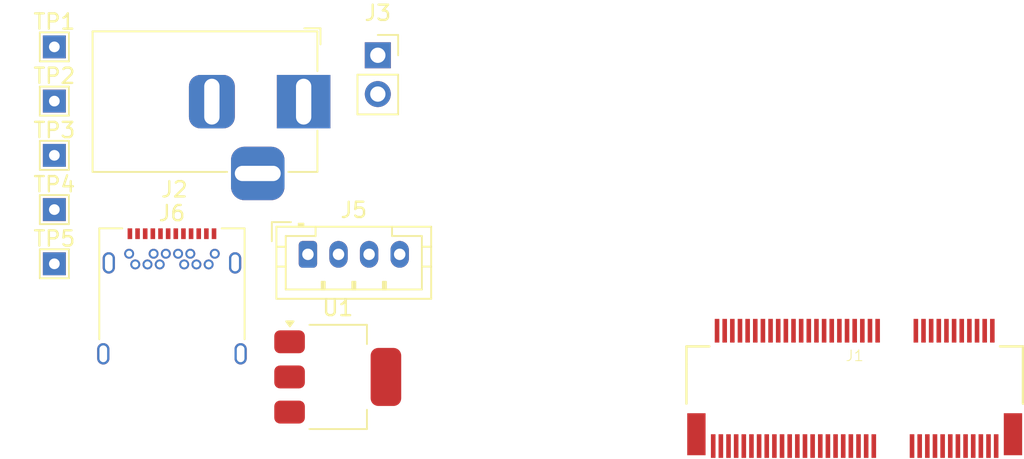
<source format=kicad_pcb>
(kicad_pcb (version 20241229) (generator "pcbnew") (generator_version "9.0")
  (layers (0 "F.Cu" signal) (2 "B.Cu" signal) (13 "F.Paste" user) (15 "B.Paste" user) (5 "F.SilkS" user "F.Silkscreen") (7 "B.SilkS" user "B.Silkscreen") (1 "F.Mask" user) (3 "B.Mask" user) (25 "Edge.Cuts" user))
  (net 0 "")
  (net 1 "/5V")
  (net 2 "GND")
  (net 3 "/RESET")
  (net 4 "/SDA")
  (net 5 "/3.3V")
  (net 6 "/SCL")
  (net 9 "Net-(J6-VBUS-PadA4)")
  (net 20 "Net-(J6-GND-PadA1)")
  (net 26 "/SER")
  (net 27 "/RS_CLK")
  (net 28 "/SC_CLK")
  (net 35 "/BOOT")
  (net 40 "/USB_D-")
  (net 73 "/USB_D+")
  (footprint "Connector_BarrelJack:BarrelJack_Horizontal" (layer "F.Cu") (at 132.87 77.98)
    (property "Reference" "J2" (at -8.45 5.75 0) (layer "F.SilkS"))
    (property "Value" "Barrel_Jack_MountingPin")
    (fp_line (start -13.8 -4.6) (end 0.9 -4.6) (stroke (width 0.12)) (layer "F.SilkS"))
    (fp_line (start -13.8 4.6) (end -13.8 -4.6) (stroke (width 0.12)) (layer "F.SilkS"))
    (fp_line (start -5 4.6) (end -13.8 4.6) (stroke (width 0.12)) (layer "F.SilkS"))
    (fp_line (start 0.05 -4.8) (end 1.1 -4.8) (stroke (width 0.12)) (layer "F.SilkS"))
    (fp_line (start 0.9 -4.6) (end 0.9 -2) (stroke (width 0.12)) (layer "F.SilkS"))
    (fp_line (start 0.9 1.9) (end 0.9 4.6) (stroke (width 0.12)) (layer "F.SilkS"))
    (fp_line (start 0.9 4.6) (end -1 4.6) (stroke (width 0.12)) (layer "F.SilkS"))
    (fp_line (start 1.1 -3.75) (end 1.1 -4.8) (stroke (width 0.12)) (layer "F.SilkS"))
    (pad "1" thru_hole rect (at 0 0) (size 3.5 3.5) (drill oval 1 3) (layers "*.Cu" "*.Mask") (net 1 "/5V"))
    (pad "2" thru_hole roundrect (at -6 0) (size 3 3.5) (drill oval 1 3) (layers "*.Cu" "*.Mask") (net 2 "GND"))
    (pad "3" thru_hole roundrect (at -3 4.7) (size 3.5 3.5) (drill oval 3 1) (layers "*.Cu" "*.Mask"))
  )
  (footprint "MicroMod:M.2-CONNECTOR-E" (layer "F.Cu") (at 168.9 95.25)
    (property "Reference" "J1" (at 0 -0.635 0) (layer "F.SilkS") (effects (font (size 0.70104 0.70104) (thickness 0.06096))))
    (property "Value" "~")
    (fp_line (start -11 2.5) (end -11 -1.25) (stroke (width 0.1524)) (layer "F.SilkS"))
    (fp_line (start -9.5 -1.25) (end -11 -1.25) (stroke (width 0.1524)) (layer "F.SilkS"))
    (fp_line (start 11 -1.25) (end 9.5 -1.25) (stroke (width 0.1524)) (layer "F.SilkS"))
    (fp_line (start 11 2.5) (end 11 -1.25) (stroke (width 0.1524)) (layer "F.SilkS"))
    (pad "" np_thru_hole circle (at -10 0) (size 1.6 1.6) (drill 1.6) (layers "*.Cu" "*.Mask"))
    (pad "" np_thru_hole circle (at 10 0) (size 1.1 1.1) (drill 1.1) (layers "*.Cu" "*.Mask"))
    (pad "1" smd rect (at 9.25 5.275 180) (size 0.3 1.55) (layers "F.Cu" "F.Mask") (net 2 "GND"))
    (pad "2" smd rect (at 9 -2.275 180) (size 0.3 1.55) (layers "F.Cu" "F.Mask") (net 5 "/3.3V"))
    (pad "3" smd rect (at 8.75 5.275 180) (size 0.3 1.55) (layers "F.Cu" "F.Mask") (net 73 "/USB_D+"))
    (pad "4" smd rect (at 8.5 -2.275 180) (size 0.3 1.55) (layers "F.Cu" "F.Mask"))
    (pad "5" smd rect (at 8.25 5.275 180) (size 0.3 1.55) (layers "F.Cu" "F.Mask") (net 40 "/USB_D-"))
    (pad "6" smd rect (at 8 -2.275 180) (size 0.3 1.55) (layers "F.Cu" "F.Mask") (net 3 "/RESET"))
    (pad "7" smd rect (at 7.75 5.275 180) (size 0.3 1.55) (layers "F.Cu" "F.Mask") (net 2 "GND"))
    (pad "8" smd rect (at 7.5 -2.275 180) (size 0.3 1.55) (layers "F.Cu" "F.Mask"))
    (pad "9" smd rect (at 7.25 5.275 180) (size 0.3 1.55) (layers "F.Cu" "F.Mask"))
    (pad "10" smd rect (at 7 -2.275 180) (size 0.3 1.55) (layers "F.Cu" "F.Mask"))
    (pad "11" smd rect (at 6.75 5.275 180) (size 0.3 1.55) (layers "F.Cu" "F.Mask") (net 35 "/BOOT"))
    (pad "12" smd rect (at 6.5 -2.275 180) (size 0.3 1.55) (layers "F.Cu" "F.Mask") (net 4 "/SDA"))
    (pad "13" smd rect (at 6.25 5.275 180) (size 0.3 1.55) (layers "F.Cu" "F.Mask"))
    (pad "14" smd rect (at 6 -2.275 180) (size 0.3 1.55) (layers "F.Cu" "F.Mask") (net 6 "/SCL"))
    (pad "15" smd rect (at 5.75 5.275 180) (size 0.3 1.55) (layers "F.Cu" "F.Mask"))
    (pad "16" smd rect (at 5.5 -2.275 180) (size 0.3 1.55) (layers "F.Cu" "F.Mask"))
    (pad "17" smd rect (at 5.25 5.275 180) (size 0.3 1.55) (layers "F.Cu" "F.Mask"))
    (pad "18" smd rect (at 5 -2.275 180) (size 0.3 1.55) (layers "F.Cu" "F.Mask"))
    (pad "19" smd rect (at 4.75 5.275 180) (size 0.3 1.55) (layers "F.Cu" "F.Mask"))
    (pad "20" smd rect (at 4.5 -2.275 180) (size 0.3 1.55) (layers "F.Cu" "F.Mask"))
    (pad "21" smd rect (at 4.25 5.275 180) (size 0.3 1.55) (layers "F.Cu" "F.Mask"))
    (pad "22" smd rect (at 4 -2.275 180) (size 0.3 1.55) (layers "F.Cu" "F.Mask"))
    (pad "23" smd rect (at 3.75 5.275 180) (size 0.3 1.55) (layers "F.Cu" "F.Mask"))
    (pad "32" smd rect (at 1.5 -2.275 180) (size 0.3 1.55) (layers "F.Cu" "F.Mask"))
    (pad "33" smd rect (at 1.25 5.275 180) (size 0.3 1.55) (layers "F.Cu" "F.Mask") (net 2 "GND"))
    (pad "34" smd rect (at 1 -2.275 180) (size 0.3 1.55) (layers "F.Cu" "F.Mask"))
    (pad "35" smd rect (at 0.75 5.275 180) (size 0.3 1.55) (layers "F.Cu" "F.Mask"))
    (pad "36" smd rect (at 0.5 -2.275 180) (size 0.3 1.55) (layers "F.Cu" "F.Mask") (net 2 "GND"))
    (pad "37" smd rect (at 0.25 5.275 180) (size 0.3 1.55) (layers "F.Cu" "F.Mask"))
    (pad "38" smd rect (at 0 -2.275 180) (size 0.3 1.55) (layers "F.Cu" "F.Mask"))
    (pad "39" smd rect (at -0.25 5.275 180) (size 0.3 1.55) (layers "F.Cu" "F.Mask") (net 2 "GND"))
    (pad "40" smd rect (at -0.5 -2.275 180) (size 0.3 1.55) (layers "F.Cu" "F.Mask") (net 26 "/SER"))
    (pad "41" smd rect (at -0.75 5.275 180) (size 0.3 1.55) (layers "F.Cu" "F.Mask"))
    (pad "42" smd rect (at -1 -2.275 180) (size 0.3 1.55) (layers "F.Cu" "F.Mask") (net 27 "/RS_CLK"))
    (pad "43" smd rect (at -1.25 5.275 180) (size 0.3 1.55) (layers "F.Cu" "F.Mask"))
    (pad "44" smd rect (at -1.5 -2.275 180) (size 0.3 1.55) (layers "F.Cu" "F.Mask") (net 28 "/SC_CLK"))
    (pad "45" smd rect (at -1.75 5.275 180) (size 0.3 1.55) (layers "F.Cu" "F.Mask") (net 2 "GND"))
    (pad "46" smd rect (at -2 -2.275 180) (size 0.3 1.55) (layers "F.Cu" "F.Mask"))
    (pad "47" smd rect (at -2.25 5.275 180) (size 0.3 1.55) (layers "F.Cu" "F.Mask"))
    (pad "48" smd rect (at -2.5 -2.275 180) (size 0.3 1.55) (layers "F.Cu" "F.Mask"))
    (pad "49" smd rect (at -2.75 5.275 180) (size 0.3 1.55) (layers "F.Cu" "F.Mask"))
    (pad "50" smd rect (at -3 -2.275 180) (size 0.3 1.55) (layers "F.Cu" "F.Mask"))
    (pad "51" smd rect (at -3.25 5.275 180) (size 0.3 1.55) (layers "F.Cu" "F.Mask"))
    (pad "52" smd rect (at -3.5 -2.275 180) (size 0.3 1.55) (layers "F.Cu" "F.Mask"))
    (pad "53" smd rect (at -3.75 5.275 180) (size 0.3 1.55) (layers "F.Cu" "F.Mask"))
    (pad "54" smd rect (at -4 -2.275 180) (size 0.3 1.55) (layers "F.Cu" "F.Mask"))
    (pad "55" smd rect (at -4.25 5.275 180) (size 0.3 1.55) (layers "F.Cu" "F.Mask"))
    (pad "56" smd rect (at -4.5 -2.275 180) (size 0.3 1.55) (layers "F.Cu" "F.Mask"))
    (pad "57" smd rect (at -4.75 5.275 180) (size 0.3 1.55) (layers "F.Cu" "F.Mask"))
    (pad "58" smd rect (at -5 -2.275 180) (size 0.3 1.55) (layers "F.Cu" "F.Mask"))
    (pad "59" smd rect (at -5.25 5.275 180) (size 0.3 1.55) (layers "F.Cu" "F.Mask"))
    (pad "60" smd rect (at -5.5 -2.275 180) (size 0.3 1.55) (layers "F.Cu" "F.Mask"))
    (pad "61" smd rect (at -5.75 5.275 180) (size 0.3 1.55) (layers "F.Cu" "F.Mask"))
    (pad "62" smd rect (at -6 -2.275 180) (size 0.3 1.55) (layers "F.Cu" "F.Mask"))
    (pad "63" smd rect (at -6.25 5.275 180) (size 0.3 1.55) (layers "F.Cu" "F.Mask"))
    (pad "64" smd rect (at -6.5 -2.275 180) (size 0.3 1.55) (layers "F.Cu" "F.Mask"))
    (pad "65" smd rect (at -6.75 5.275 180) (size 0.3 1.55) (layers "F.Cu" "F.Mask"))
    (pad "66" smd rect (at -7 -2.275 180) (size 0.3 1.55) (layers "F.Cu" "F.Mask"))
    (pad "67" smd rect (at -7.25 5.275 180) (size 0.3 1.55) (layers "F.Cu" "F.Mask"))
    (pad "68" smd rect (at -7.5 -2.275 180) (size 0.3 1.55) (layers "F.Cu" "F.Mask"))
    (pad "69" smd rect (at -7.75 5.275 180) (size 0.3 1.55) (layers "F.Cu" "F.Mask"))
    (pad "70" smd rect (at -8 -2.275 180) (size 0.3 1.55) (layers "F.Cu" "F.Mask"))
    (pad "71" smd rect (at -8.25 5.275 180) (size 0.3 1.55) (layers "F.Cu" "F.Mask"))
    (pad "72" smd rect (at -8.5 -2.275 180) (size 0.3 1.55) (layers "F.Cu" "F.Mask"))
    (pad "73" smd rect (at -8.75 5.275 180) (size 0.3 1.55) (layers "F.Cu" "F.Mask"))
    (pad "74" smd rect (at -9 -2.275 180) (size 0.3 1.55) (layers "F.Cu" "F.Mask") (net 5 "/3.3V"))
    (pad "75" smd rect (at -9.25 5.275 180) (size 0.3 1.55) (layers "F.Cu" "F.Mask") (net 2 "GND"))
    (pad "A1" smd rect (at 10.35 4.5 180) (size 1.2 2.75) (layers "F.Cu" "F.Mask" "F.Paste"))
    (pad "A2" smd rect (at -10.35 4.5 180) (size 1.2 2.75) (layers "F.Cu" "F.Mask" "F.Paste"))
  )
  (footprint "TestPoint:TestPoint_THTPad_1.5x1.5mm_Drill0.7mm" (layer "F.Cu") (at 116.57 85.045)
    (property "Reference" "TP4" (at 0 -1.648 0) (layer "F.SilkS"))
    (property "Value" "TestPoint")
    (fp_line (start -0.95 -0.95) (end 0.95 -0.95) (stroke (width 0.12)) (layer "F.SilkS"))
    (fp_line (start -0.95 0.95) (end -0.95 -0.95) (stroke (width 0.12)) (layer "F.SilkS"))
    (fp_line (start 0.95 -0.95) (end 0.95 0.95) (stroke (width 0.12)) (layer "F.SilkS"))
    (fp_line (start 0.95 0.95) (end -0.95 0.95) (stroke (width 0.12)) (layer "F.SilkS"))
    (pad "1" thru_hole rect (at 0 0) (size 1.5 1.5) (drill 0.7) (layers "*.Cu" "*.Mask") (net 1 "/5V"))
  )
  (footprint "TestPoint:TestPoint_THTPad_1.5x1.5mm_Drill0.7mm" (layer "F.Cu") (at 116.57 74.395)
    (property "Reference" "TP1" (at 0 -1.648 0) (layer "F.SilkS"))
    (property "Value" "TestPoint")
    (fp_line (start -0.95 -0.95) (end 0.95 -0.95) (stroke (width 0.12)) (layer "F.SilkS"))
    (fp_line (start -0.95 0.95) (end -0.95 -0.95) (stroke (width 0.12)) (layer "F.SilkS"))
    (fp_line (start 0.95 -0.95) (end 0.95 0.95) (stroke (width 0.12)) (layer "F.SilkS"))
    (fp_line (start 0.95 0.95) (end -0.95 0.95) (stroke (width 0.12)) (layer "F.SilkS"))
    (pad "1" thru_hole rect (at 0 0) (size 1.5 1.5) (drill 0.7) (layers "*.Cu" "*.Mask") (net 26 "/SER"))
  )
  (footprint "Package_TO_SOT_SMD:SOT-223-3_TabPin2" (layer "F.Cu") (at 135.1 96)
    (property "Reference" "U1" (at 0 -4.5 0) (layer "F.SilkS"))
    (property "Value" "AMS1117-3.3")
    (fp_line (start -1.85 -3.41) (end 1.91 -3.41) (stroke (width 0.12)) (layer "F.SilkS"))
    (fp_line (start -1.85 3.41) (end 1.91 3.41) (stroke (width 0.12)) (layer "F.SilkS"))
    (fp_line (start 1.91 -3.41) (end 1.91 -2.15) (stroke (width 0.12)) (layer "F.SilkS"))
    (fp_line (start 1.91 3.41) (end 1.91 2.15) (stroke (width 0.12)) (layer "F.SilkS"))
    (fp_poly (pts (xy -3.13 -3.31) (xy -3.37 -3.64) (xy -2.89 -3.64) (xy -3.13 -3.31)) (stroke (width 0.12)) (fill yes) (layer "F.SilkS"))
    (pad "1" smd roundrect (at -3.15 -2.3) (size 2 1.5) (layers "F.Cu" "F.Mask" "F.Paste") (net 2 "GND"))
    (pad "2" smd roundrect (at -3.15 0) (size 2 1.5) (layers "F.Cu" "F.Mask" "F.Paste") (net 5 "/3.3V"))
    (pad "2" smd roundrect (at 3.15 0) (size 2 3.8) (layers "F.Cu" "F.Mask" "F.Paste") (net 5 "/3.3V"))
    (pad "3" smd roundrect (at -3.15 2.3) (size 2 1.5) (layers "F.Cu" "F.Mask" "F.Paste") (net 1 "/5V"))
  )
  (footprint "Connector_USB:USB_C_Receptacle_Amphenol_12401548E4-2A" (layer "F.Cu") (at 124.26 91.645)
    (property "Reference" "J6" (at 0 -6.36 0) (layer "F.SilkS"))
    (property "Value" "USB_C_Receptacle")
    (fp_line (start -4.75 -5.37) (end -4.75 1.89) (stroke (width 0.12)) (layer "F.SilkS"))
    (fp_line (start -4.75 -5.37) (end -3.25 -5.37) (stroke (width 0.12)) (layer "F.SilkS"))
    (fp_line (start 3.25 -5.37) (end 4.75 -5.37) (stroke (width 0.12)) (layer "F.SilkS"))
    (fp_line (start 4.75 -5.37) (end 4.75 1.89) (stroke (width 0.12)) (layer "F.SilkS"))
    (pad "" np_thru_hole circle (at -3.6 -4.36) (size 0.65 0.65) (drill 0.65) (layers "*.Cu" "*.Mask"))
    (pad "" np_thru_hole oval (at 3.6 -4.36) (size 0.95 0.65) (drill oval 0.95 0.65) (layers "*.Cu" "*.Mask"))
    (pad "A1" smd rect (at -2.75 -5.02) (size 0.3 0.7) (layers "F.Cu" "F.Mask" "F.Paste") (net 20 "Net-(J6-GND-PadA1)"))
    (pad "A2" smd rect (at -2.25 -5.02) (size 0.3 0.7) (layers "F.Cu" "F.Mask" "F.Paste"))
    (pad "A3" smd rect (at -1.75 -5.02) (size 0.3 0.7) (layers "F.Cu" "F.Mask" "F.Paste"))
    (pad "A4" smd rect (at -1.25 -5.02) (size 0.3 0.7) (layers "F.Cu" "F.Mask" "F.Paste") (net 9 "Net-(J6-VBUS-PadA4)"))
    (pad "A5" smd rect (at -0.75 -5.02) (size 0.3 0.7) (layers "F.Cu" "F.Mask" "F.Paste"))
    (pad "A6" smd rect (at -0.25 -5.02) (size 0.3 0.7) (layers "F.Cu" "F.Mask" "F.Paste"))
    (pad "A7" smd rect (at 0.25 -5.02) (size 0.3 0.7) (layers "F.Cu" "F.Mask" "F.Paste"))
    (pad "A8" smd rect (at 0.75 -5.02) (size 0.3 0.7) (layers "F.Cu" "F.Mask" "F.Paste"))
    (pad "A9" smd rect (at 1.25 -5.02) (size 0.3 0.7) (layers "F.Cu" "F.Mask" "F.Paste") (net 9 "Net-(J6-VBUS-PadA4)"))
    (pad "A10" smd rect (at 1.75 -5.02) (size 0.3 0.7) (layers "F.Cu" "F.Mask" "F.Paste"))
    (pad "A11" smd rect (at 2.25 -5.02) (size 0.3 0.7) (layers "F.Cu" "F.Mask" "F.Paste"))
    (pad "A12" smd rect (at 2.75 -5.02) (size 0.3 0.7) (layers "F.Cu" "F.Mask" "F.Paste") (net 20 "Net-(J6-GND-PadA1)"))
    (pad "B1" thru_hole circle (at 2.8 -3.71) (size 0.65 0.65) (drill 0.4) (property pad_prop_heatsink) (layers "*.Cu" "*.Mask") (net 20 "Net-(J6-GND-PadA1)"))
    (pad "B2" thru_hole circle (at 2.4 -3.01) (size 0.65 0.65) (drill 0.4) (property pad_prop_heatsink) (layers "*.Cu" "*.Mask"))
    (pad "B3" thru_hole circle (at 1.6 -3.01) (size 0.65 0.65) (drill 0.4) (property pad_prop_heatsink) (layers "*.Cu" "*.Mask"))
    (pad "B4" thru_hole circle (at 1.2 -3.71) (size 0.65 0.65) (drill 0.4) (property pad_prop_heatsink) (layers "*.Cu" "*.Mask") (net 9 "Net-(J6-VBUS-PadA4)"))
    (pad "B5" thru_hole circle (at 0.8 -3.01) (size 0.65 0.65) (drill 0.4) (property pad_prop_heatsink) (layers "*.Cu" "*.Mask"))
    (pad "B6" thru_hole circle (at 0.4 -3.71) (size 0.65 0.65) (drill 0.4) (property pad_prop_heatsink) (layers "*.Cu" "*.Mask"))
    (pad "B7" thru_hole circle (at -0.4 -3.71) (size 0.65 0.65) (drill 0.4) (property pad_prop_heatsink) (layers "*.Cu" "*.Mask"))
    (pad "B8" thru_hole circle (at -0.8 -3.01) (size 0.65 0.65) (drill 0.4) (property pad_prop_heatsink) (layers "*.Cu" "*.Mask"))
    (pad "B9" thru_hole circle (at -1.2 -3.71) (size 0.65 0.65) (drill 0.4) (property pad_prop_heatsink) (layers "*.Cu" "*.Mask") (net 9 "Net-(J6-VBUS-PadA4)"))
    (pad "B10" thru_hole circle (at -1.6 -3.01) (size 0.65 0.65) (drill 0.4) (property pad_prop_heatsink) (layers "*.Cu" "*.Mask"))
    (pad "B11" thru_hole circle (at -2.4 -3.01) (size 0.65 0.65) (drill 0.4) (property pad_prop_heatsink) (layers "*.Cu" "*.Mask"))
    (pad "B12" thru_hole circle (at -2.8 -3.71) (size 0.65 0.65) (drill 0.4) (property pad_prop_heatsink) (layers "*.Cu" "*.Mask") (net 20 "Net-(J6-GND-PadA1)"))
    (pad "S1" thru_hole oval (at -4.49 2.84) (size 0.8 1.4) (drill oval 0.5 1.1) (property pad_prop_heatsink) (layers "*.Cu" "*.Mask"))
    (pad "S1" thru_hole oval (at -4.13 -3.11) (size 0.8 1.4) (drill oval 0.5 1.1) (property pad_prop_heatsink) (layers "*.Cu" "*.Mask"))
    (pad "S1" thru_hole oval (at 4.13 -3.11) (size 0.8 1.4) (drill oval 0.5 1.1) (property pad_prop_heatsink) (layers "*.Cu" "*.Mask"))
    (pad "S1" thru_hole oval (at 4.49 2.84) (size 0.8 1.4) (drill oval 0.5 1.1) (property pad_prop_heatsink) (layers "*.Cu" "*.Mask"))
  )
  (footprint "TestPoint:TestPoint_THTPad_1.5x1.5mm_Drill0.7mm" (layer "F.Cu") (at 116.57 77.945)
    (property "Reference" "TP2" (at 0 -1.648 0) (layer "F.SilkS"))
    (property "Value" "TestPoint")
    (fp_line (start -0.95 -0.95) (end 0.95 -0.95) (stroke (width 0.12)) (layer "F.SilkS"))
    (fp_line (start -0.95 0.95) (end -0.95 -0.95) (stroke (width 0.12)) (layer "F.SilkS"))
    (fp_line (start 0.95 -0.95) (end 0.95 0.95) (stroke (width 0.12)) (layer "F.SilkS"))
    (fp_line (start 0.95 0.95) (end -0.95 0.95) (stroke (width 0.12)) (layer "F.SilkS"))
    (pad "1" thru_hole rect (at 0 0) (size 1.5 1.5) (drill 0.7) (layers "*.Cu" "*.Mask") (net 27 "/RS_CLK"))
  )
  (footprint "TestPoint:TestPoint_THTPad_1.5x1.5mm_Drill0.7mm" (layer "F.Cu") (at 116.57 81.495)
    (property "Reference" "TP3" (at 0 -1.648 0) (layer "F.SilkS"))
    (property "Value" "TestPoint")
    (fp_line (start -0.95 -0.95) (end 0.95 -0.95) (stroke (width 0.12)) (layer "F.SilkS"))
    (fp_line (start -0.95 0.95) (end -0.95 -0.95) (stroke (width 0.12)) (layer "F.SilkS"))
    (fp_line (start 0.95 -0.95) (end 0.95 0.95) (stroke (width 0.12)) (layer "F.SilkS"))
    (fp_line (start 0.95 0.95) (end -0.95 0.95) (stroke (width 0.12)) (layer "F.SilkS"))
    (pad "1" thru_hole rect (at 0 0) (size 1.5 1.5) (drill 0.7) (layers "*.Cu" "*.Mask") (net 28 "/SC_CLK"))
  )
  (footprint "Connector_PinSocket_2.54mm:PinSocket_1x02_P2.54mm_Vertical" (layer "F.Cu") (at 137.72 74.945)
    (property "Reference" "J3" (at 0 -2.77 0) (layer "F.SilkS"))
    (property "Value" "Conn_01x02_Pin")
    (fp_line (start -1.33 1.27) (end -1.33 3.87) (stroke (width 0.12)) (layer "F.SilkS"))
    (fp_line (start -1.33 1.27) (end 1.33 1.27) (stroke (width 0.12)) (layer "F.SilkS"))
    (fp_line (start -1.33 3.87) (end 1.33 3.87) (stroke (width 0.12)) (layer "F.SilkS"))
    (fp_line (start 0 -1.33) (end 1.33 -1.33) (stroke (width 0.12)) (layer "F.SilkS"))
    (fp_line (start 1.33 -1.33) (end 1.33 0) (stroke (width 0.12)) (layer "F.SilkS"))
    (fp_line (start 1.33 1.27) (end 1.33 3.87) (stroke (width 0.12)) (layer "F.SilkS"))
    (pad "1" thru_hole rect (at 0 0) (size 1.7 1.7) (drill 1) (layers "*.Cu" "*.Mask") (net 2 "GND"))
    (pad "2" thru_hole circle (at 0 2.54) (size 1.7 1.7) (drill 1) (layers "*.Cu" "*.Mask") (net 3 "/RESET"))
  )
  (footprint "TestPoint:TestPoint_THTPad_1.5x1.5mm_Drill0.7mm" (layer "F.Cu") (at 116.57 88.595)
    (property "Reference" "TP5" (at 0 -1.648 0) (layer "F.SilkS"))
    (property "Value" "TestPoint")
    (fp_line (start -0.95 -0.95) (end 0.95 -0.95) (stroke (width 0.12)) (layer "F.SilkS"))
    (fp_line (start -0.95 0.95) (end -0.95 -0.95) (stroke (width 0.12)) (layer "F.SilkS"))
    (fp_line (start 0.95 -0.95) (end 0.95 0.95) (stroke (width 0.12)) (layer "F.SilkS"))
    (fp_line (start 0.95 0.95) (end -0.95 0.95) (stroke (width 0.12)) (layer "F.SilkS"))
    (pad "1" thru_hole rect (at 0 0) (size 1.5 1.5) (drill 0.7) (layers "*.Cu" "*.Mask") (net 2 "GND"))
  )
  (footprint "Connector_JST:JST_PH_B4B-PH-K_1x04_P2.00mm_Vertical" (layer "F.Cu") (at 133.15 87.975)
    (property "Reference" "J5" (at 3 -2.9 0) (layer "F.SilkS"))
    (property "Value" "Conn_01x04_Pin")
    (fp_line (start -2.36 -2.11) (end -2.36 -0.86) (stroke (width 0.12)) (layer "F.SilkS"))
    (fp_line (start -2.06 -1.81) (end -2.06 2.91) (stroke (width 0.12)) (layer "F.SilkS"))
    (fp_line (start -2.06 -0.5) (end -1.45 -0.5) (stroke (width 0.12)) (layer "F.SilkS"))
    (fp_line (start -2.06 0.8) (end -1.45 0.8) (stroke (width 0.12)) (layer "F.SilkS"))
    (fp_line (start -2.06 2.91) (end 8.06 2.91) (stroke (width 0.12)) (layer "F.SilkS"))
    (fp_line (start -1.45 -1.2) (end -1.45 2.3) (stroke (width 0.12)) (layer "F.SilkS"))
    (fp_line (start -1.45 2.3) (end 7.45 2.3) (stroke (width 0.12)) (layer "F.SilkS"))
    (fp_line (start -1.11 -2.11) (end -2.36 -2.11) (stroke (width 0.12)) (layer "F.SilkS"))
    (fp_line (start -0.6 -2.01) (end -0.6 -1.81) (stroke (width 0.12)) (layer "F.SilkS"))
    (fp_line (start -0.3 -2.01) (end -0.6 -2.01) (stroke (width 0.12)) (layer "F.SilkS"))
    (fp_line (start -0.3 -1.91) (end -0.6 -1.91) (stroke (width 0.12)) (layer "F.SilkS"))
    (fp_line (start -0.3 -1.81) (end -0.3 -2.01) (stroke (width 0.12)) (layer "F.SilkS"))
    (fp_line (start 0.5 -1.81) (end 0.5 -1.2) (stroke (width 0.12)) (layer "F.SilkS"))
    (fp_line (start 0.5 -1.2) (end -1.45 -1.2) (stroke (width 0.12)) (layer "F.SilkS"))
    (fp_line (start 0.9 1.8) (end 1.1 1.8) (stroke (width 0.12)) (layer "F.SilkS"))
    (fp_line (start 0.9 2.3) (end 0.9 1.8) (stroke (width 0.12)) (layer "F.SilkS"))
    (fp_line (start 1 2.3) (end 1 1.8) (stroke (width 0.12)) (layer "F.SilkS"))
    (fp_line (start 1.1 1.8) (end 1.1 2.3) (stroke (width 0.12)) (layer "F.SilkS"))
    (fp_line (start 2.9 1.8) (end 3.1 1.8) (stroke (width 0.12)) (layer "F.SilkS"))
    (fp_line (start 2.9 2.3) (end 2.9 1.8) (stroke (width 0.12)) (layer "F.SilkS"))
    (fp_line (start 3 2.3) (end 3 1.8) (stroke (width 0.12)) (layer "F.SilkS"))
    (fp_line (start 3.1 1.8) (end 3.1 2.3) (stroke (width 0.12)) (layer "F.SilkS"))
    (fp_line (start 4.9 1.8) (end 5.1 1.8) (stroke (width 0.12)) (layer "F.SilkS"))
    (fp_line (start 4.9 2.3) (end 4.9 1.8) (stroke (width 0.12)) (layer "F.SilkS"))
    (fp_line (start 5 2.3) (end 5 1.8) (stroke (width 0.12)) (layer "F.SilkS"))
    (fp_line (start 5.1 1.8) (end 5.1 2.3) (stroke (width 0.12)) (layer "F.SilkS"))
    (fp_line (start 5.5 -1.2) (end 5.5 -1.81) (stroke (width 0.12)) (layer "F.SilkS"))
    (fp_line (start 7.45 -1.2) (end 5.5 -1.2) (stroke (width 0.12)) (layer "F.SilkS"))
    (fp_line (start 7.45 2.3) (end 7.45 -1.2) (stroke (width 0.12)) (layer "F.SilkS"))
    (fp_line (start 8.06 -1.81) (end -2.06 -1.81) (stroke (width 0.12)) (layer "F.SilkS"))
    (fp_line (start 8.06 -0.5) (end 7.45 -0.5) (stroke (width 0.12)) (layer "F.SilkS"))
    (fp_line (start 8.06 0.8) (end 7.45 0.8) (stroke (width 0.12)) (layer "F.SilkS"))
    (fp_line (start 8.06 2.91) (end 8.06 -1.81) (stroke (width 0.12)) (layer "F.SilkS"))
    (pad "1" thru_hole roundrect (at 0 0) (size 1.2 1.75) (drill 0.75) (layers "*.Cu" "*.Mask") (roundrect_rratio 0.208333) (net 5 "/3.3V"))
    (pad "2" thru_hole oval (at 2 0) (size 1.2 1.75) (drill 0.75) (layers "*.Cu" "*.Mask") (net 2 "GND"))
    (pad "3" thru_hole oval (at 4 0) (size 1.2 1.75) (drill 0.75) (layers "*.Cu" "*.Mask") (net 6 "/SCL"))
    (pad "4" thru_hole oval (at 6 0) (size 1.2 1.75) (drill 0.75) (layers "*.Cu" "*.Mask") (net 4 "/SDA"))
  )
)
</source>
